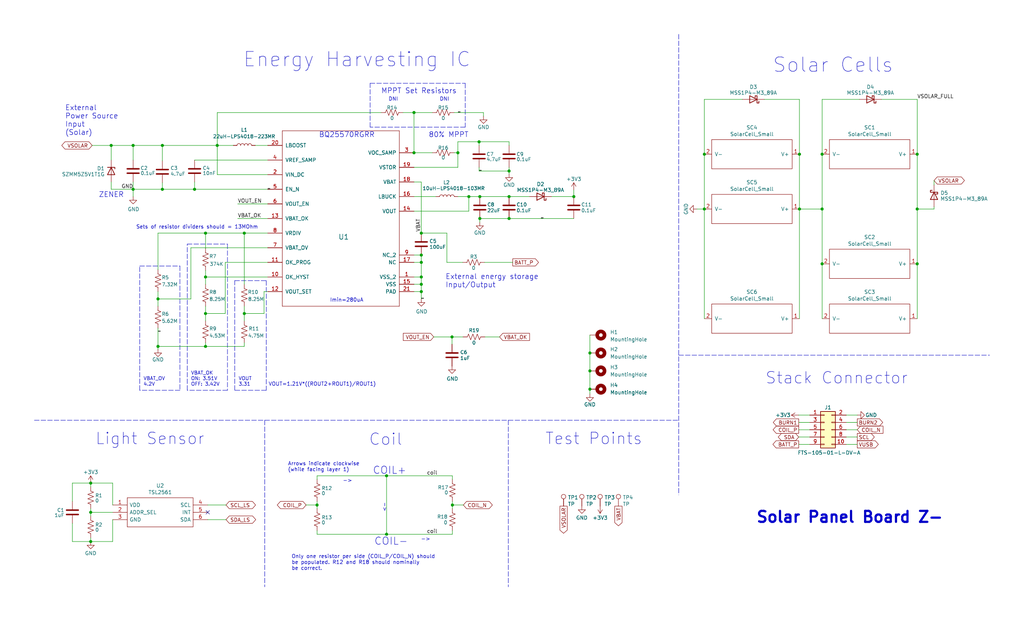
<source format=kicad_sch>
(kicad_sch (version 20211123) (generator eeschema)
  (paper "USLegal")
  (title_block (title "PyCubed Mini") (date "2022-07-27") (rev "02") (company "REx Lab Carnegie Mellon University") (comment 1 "Z.Manchester") (comment 2 "N.Khera") (comment 3 "M.Holliday"))
  (lib_symbols
    (symbol "Connector:TestPoint" (pin_numbers hide) (pin_names (offset 0.762) hide)
      (property "Reference" "TP" (at 0 6.858 0))
      (property "Value" "TestPoint" (at 0 5.08 0))
      (symbol "TestPoint_1_1"
        (pin passive line (at 0 0 90) (length 2.54) (name "1") (number "1"))
      )
    )
    (symbol "Connector_Generic:Conn_02x05_Odd_Even" (pin_names (offset 1.016) hide)
      (property "Reference" "J" (at 1.27 7.62 0))
      (property "Value" "Conn_02x05_Odd_Even" (at 1.27 -7.62 0))
      (symbol "Conn_02x05_Odd_Even_1_1"
        (pin passive line (at -5.08 5.08 0) (length 3.81) (name "Pin_1") (number "1"))
        (pin passive line (at 7.62 -5.08 180) (length 3.81) (name "Pin_10") (number "10"))
        (pin passive line (at 7.62 5.08 180) (length 3.81) (name "Pin_2") (number "2"))
        (pin passive line (at -5.08 2.54 0) (length 3.81) (name "Pin_3") (number "3"))
        (pin passive line (at 7.62 2.54 180) (length 3.81) (name "Pin_4") (number "4"))
        (pin passive line (at -5.08 0 0) (length 3.81) (name "Pin_5") (number "5"))
        (pin passive line (at 7.62 0 180) (length 3.81) (name "Pin_6") (number "6"))
        (pin passive line (at -5.08 -2.54 0) (length 3.81) (name "Pin_7") (number "7"))
        (pin passive line (at 7.62 -2.54 180) (length 3.81) (name "Pin_8") (number "8"))
        (pin passive line (at -5.08 -5.08 0) (length 3.81) (name "Pin_9") (number "9"))
      )
    )
    (symbol "Device:C" (pin_numbers hide) (pin_names (offset 0.254))
      (property "Reference" "C" (at 0.635 2.54 0))
      (property "Value" "C" (at 0.635 -2.54 0))
      (symbol "C_1_1"
        (pin passive line (at 0 3.81 270) (length 2.794) (name "~") (number "1"))
        (pin passive line (at 0 -3.81 90) (length 2.794) (name "~") (number "2"))
      )
    )
    (symbol "Device:D_Schottky" (pin_numbers hide) (pin_names (offset 1.016) hide)
      (property "Reference" "D" (at 0 2.54 0))
      (property "Value" "D_Schottky" (at 0 -2.54 0))
      (symbol "D_Schottky_1_1"
        (pin passive line (at -3.81 0 0) (length 2.54) (name "K") (number "1"))
        (pin passive line (at 3.81 0 180) (length 2.54) (name "A") (number "2"))
      )
    )
    (symbol "Device:L" (pin_numbers hide) (pin_names (offset 1.016) hide)
      (property "Reference" "L" (at -1.27 0 90))
      (property "Value" "L" (at 1.905 0 90))
      (symbol "L_1_1"
        (pin passive line (at 0 3.81 270) (length 1.27) (name "1") (number "1"))
        (pin passive line (at 0 -3.81 90) (length 1.27) (name "2") (number "2"))
      )
    )
    (symbol "Device:R_US" (pin_numbers hide) (pin_names (offset 0))
      (property "Reference" "R" (at 2.54 0 90))
      (property "Value" "R_US" (at -2.54 0 90))
      (symbol "R_US_1_1"
        (pin passive line (at 0 3.81 270) (length 1.27) (name "~") (number "1"))
        (pin passive line (at 0 -3.81 90) (length 1.27) (name "~") (number "2"))
      )
    )
    (symbol "Diode:Z1SMAxxx" (pin_numbers hide) (pin_names hide)
      (property "Reference" "D" (at 0 2.54 0))
      (property "Value" "Z1SMAxxx" (at 0 -2.54 0))
      (symbol "Z1SMAxxx_1_1"
        (pin passive line (at -3.81 0 0) (length 2.54) (name "K") (number "1"))
        (pin passive line (at 3.81 0 180) (length 2.54) (name "A") (number "2"))
      )
    )
    (symbol "Mechanical:MountingHole_Pad" (pin_numbers hide) (pin_names (offset 1.016) hide)
      (property "Reference" "H" (at 0 6.35 0))
      (property "Value" "MountingHole_Pad" (at 0 4.445 0))
      (symbol "MountingHole_Pad_1_1"
        (pin input line (at 0 -2.54 90) (length 2.54) (name "1") (number "1"))
      )
    )
    (symbol "SolarCell_Small_1" (pin_names (offset 1.016))
      (property "Reference" "SC" (at 0 -1.27 0))
      (property "Value" "SolarCell_Small_1" (at 0 1.27 0))
      (symbol "SolarCell_Small_1_1_1"
        (pin bidirectional line (at -16.51 0 0) (length 2.54) (name "V+") (number "1"))
        (pin bidirectional line (at 16.51 0 180) (length 2.54) (name "V-") (number "2"))
      )
    )
    (symbol "SolarCell_Small_2" (pin_names (offset 1.016))
      (property "Reference" "SC" (at 0 -1.27 0))
      (property "Value" "SolarCell_Small_2" (at 0 1.27 0))
      (symbol "SolarCell_Small_2_1_1"
        (pin bidirectional line (at -16.51 0 0) (length 2.54) (name "V+") (number "1"))
        (pin bidirectional line (at 16.51 0 180) (length 2.54) (name "V-") (number "2"))
      )
    )
    (symbol "SolarCell_Small_4" (pin_names (offset 1.016))
      (property "Reference" "SC" (at 0 -1.27 0))
      (property "Value" "SolarCell_Small_4" (at 0 1.27 0))
      (symbol "SolarCell_Small_4_1_1"
        (pin bidirectional line (at -16.51 0 0) (length 2.54) (name "V+") (number "1"))
        (pin bidirectional line (at 16.51 0 180) (length 2.54) (name "V-") (number "2"))
      )
    )
    (symbol "SolarCell_Small_6" (pin_names (offset 1.016))
      (property "Reference" "SC" (at 0 -1.27 0))
      (property "Value" "SolarCell_Small_6" (at 0 1.27 0))
      (symbol "SolarCell_Small_6_1_1"
        (pin bidirectional line (at -16.51 0 0) (length 2.54) (name "V+") (number "1"))
        (pin bidirectional line (at 16.51 0 180) (length 2.54) (name "V-") (number "2"))
      )
    )
    (symbol "SolarCell_Small_7" (pin_names (offset 1.016))
      (property "Reference" "SC" (at 0 -1.27 0))
      (property "Value" "SolarCell_Small_7" (at 0 1.27 0))
      (symbol "SolarCell_Small_7_1_1"
        (pin bidirectional line (at -16.51 0 0) (length 2.54) (name "V+") (number "1"))
        (pin bidirectional line (at 16.51 0 180) (length 2.54) (name "V-") (number "2"))
      )
    )
    (symbol "Transistor_BJT:MBT2222ADW1T1" (pin_names (offset 0) hide)
      (property "Reference" "Q" (at 5.08 1.27 0))
      (property "Value" "MBT2222ADW1T1" (at 5.08 -1.27 0))
      (symbol "MBT2222ADW1T1_1_1"
        (pin passive line (at 2.54 -5.08 90) (length 2.54) (name "E1") (number "1"))
        (pin input line (at -5.08 0 0) (length 2.54) (name "B1") (number "2"))
        (pin passive line (at 2.54 5.08 270) (length 2.54) (name "C1") (number "6"))
      )
      (symbol "MBT2222ADW1T1_2_1"
        (pin passive line (at 2.54 5.08 270) (length 2.54) (name "C2") (number "3"))
        (pin passive line (at 2.54 -5.08 90) (length 2.54) (name "E2") (number "4"))
        (pin input line (at -5.08 0 0) (length 2.54) (name "B2") (number "5"))
      )
    )
    (symbol "mainboard:BSS138DWQ-7" (pin_names (offset 0.762) hide)
      (property "Reference" "Q" (at -2.54 5.08 0))
      (property "Value" "BSS138DWQ-7" (at 3.81 6.35 0))
      (symbol "BSS138DWQ-7_1_1"
        (pin passive line (at 1.27 -5.08 90) (length 2.54) (name "S2") (number "1"))
        (pin input line (at -6.35 0 0) (length 2.54) (name "G2") (number "2"))
        (pin passive line (at 1.27 5.08 270) (length 2.54) (name "D1") (number "6"))
      )
      (symbol "BSS138DWQ-7_2_1"
        (pin passive line (at 1.27 5.08 270) (length 2.54) (name "D2") (number "3"))
        (pin passive line (at 1.27 -5.08 90) (length 2.54) (name "S1") (number "4"))
        (pin input line (at -6.35 0 0) (length 2.54) (name "G1") (number "5"))
      )
    )
    (symbol "power:+3V3" (power) (pin_names (offset 0))
      (property "Value" "+3V3" (at 0 3.556 0))
      (symbol "+3V3_1_1"
        (pin power_in line (at 0 0 90) (length 0) hide (name "+3V3") (number "1"))
      )
    )
    (symbol "power:GND" (power) (pin_names (offset 0))
      (property "Value" "GND" (at 0 -3.81 0))
      (symbol "GND_1_1"
        (pin power_in line (at 0 0 270) (length 0) hide (name "GND") (number "1"))
      )
    )
    (symbol "solarpanels:ATB2012"
      (property "Reference" "U4" (at 0 10.795 0))
      (property "Value" "ATB2012" (at 0 8.4836 0))
      (symbol "ATB2012_1_1"
        (pin passive line (at -5.08 5.08 0) (length 2.54) (name "~") (number "1"))
        (pin power_in line (at -2.54 -7.62 90) (length 2.54) (name "GND") (number "2"))
        (pin passive line (at 5.08 5.08 180) (length 2.54) (name "~") (number "3"))
        (pin passive line (at 5.08 -5.08 180) (length 2.54) (name "~") (number "4"))
      )
    )
    (symbol "solarpanels:BQ25570RGRR" (pin_names (offset 1.016))
      (property "Reference" "U" (at -4.7244 1.4986 0))
      (property "Value" "BQ25570RGRR" (at -5.3594 -1.0414 0))
      (symbol "BQ25570RGRR_1_0"
        (pin power_in line (at 25.4 -20.32 180) (length 5.08) (name "VSS_2") (number "1"))
        (pin input line (at -25.4 -20.32 0) (length 5.08) (name "OK_HYST") (number "10"))
        (pin input line (at -25.4 -15.24 0) (length 5.08) (name "OK_PROG") (number "11"))
        (pin input line (at -25.4 -25.4 0) (length 5.08) (name "VOUT_SET") (number "12"))
        (pin output line (at -25.4 0 0) (length 5.08) (name "VBAT_OK") (number "13"))
        (pin power_in line (at 25.4 2.54 180) (length 5.08) (name "VOUT") (number "14"))
        (pin power_in line (at 25.4 -22.86 180) (length 5.08) (name "VSS") (number "15"))
        (pin passive line (at 25.4 7.62 180) (length 5.08) (name "LBUCK") (number "16"))
        (pin passive line (at 25.4 -15.24 180) (length 5.08) (name "NC") (number "17"))
        (pin bidirectional line (at 25.4 12.7 180) (length 5.08) (name "VBAT") (number "18"))
        (pin power_in line (at 25.4 17.78 180) (length 5.08) (name "VSTOR") (number "19"))
        (pin power_in line (at -25.4 15.24 0) (length 5.08) (name "VIN_DC") (number "2"))
        (pin input line (at -25.4 25.4 0) (length 5.08) (name "LBOOST") (number "20"))
        (pin power_in line (at 25.4 -25.4 180) (length 5.08) (name "PAD") (number "21"))
        (pin input line (at 25.4 22.86 180) (length 5.08) (name "VOC_SAMP") (number "3"))
        (pin input line (at -25.4 20.32 0) (length 5.08) (name "VREF_SAMP") (number "4"))
        (pin input line (at -25.4 10.16 0) (length 5.08) (name "EN_N") (number "5"))
        (pin input line (at -25.4 5.08 0) (length 5.08) (name "VOUT_EN") (number "6"))
        (pin input line (at -25.4 -10.16 0) (length 5.08) (name "VBAT_OV") (number "7"))
        (pin output line (at -25.4 -5.08 0) (length 5.08) (name "VRDIV") (number "8"))
        (pin power_in line (at 25.4 -12.7 180) (length 5.08) (name "NC_2") (number "9"))
      )
    )
    (symbol "solarpanels:Device_Jumper" (pin_names (offset 0.762) hide)
      (property "Reference" "JP" (at 0 3.81 0))
      (property "Value" "Device_Jumper" (at 0 -2.032 0))
      (symbol "Device_Jumper_0_1"
        (pin passive line (at -7.62 0 0) (length 4.191) (name "1") (number "1"))
        (pin passive line (at 7.62 0 180) (length 4.191) (name "2") (number "2"))
      )
    )
    (symbol "solarpanels:IRLML2803TRPBF" (pin_names (offset 1.016))
      (property "Reference" "Q" (at -11.43 1.27 0))
      (property "Value" "IRLML2803TRPBF" (at -11.43 3.81 0))
      (symbol "IRLML2803TRPBF_1_0"
        (pin passive line (at -2.54 -2.54 0) (length 2.54) (name "G") (number "1"))
        (pin passive line (at 2.54 -5.08 90) (length 2.54) (name "S") (number "2"))
        (pin passive line (at 2.54 5.08 270) (length 2.54) (name "D") (number "3"))
      )
    )
    (symbol "solarpanels:SolarCell_Small" (pin_names (offset 1.016))
      (property "Reference" "SC" (at 0 -1.27 0))
      (property "Value" "SolarCell_Small" (at 0 1.27 0))
      (symbol "SolarCell_Small_1_1"
        (pin bidirectional line (at -16.51 0 0) (length 2.54) (name "V+") (number "1"))
        (pin bidirectional line (at 16.51 0 180) (length 2.54) (name "V-") (number "2"))
      )
    )
    (symbol "solarpanels:U.FL-R-SMT-1" (pin_names (offset 0.762))
      (property "Reference" "J2" (at 0 6.35 0))
      (property "Value" "U.FL-R-SMT-1" (at 0 4.0386 0))
      (symbol "U.FL-R-SMT-1_0_0"
        (pin unspecified line (at 2.54 -7.62 90) (length 5.08) (name "GND") (number "1"))
        (pin unspecified line (at 2.54 -7.62 90) (length 5.08) hide (name "2") (number "2"))
        (pin unspecified line (at -10.16 0 0) (length 5.08) (name "ANT") (number "3"))
      )
    )
    (symbol "solarpanels:symbols_NDS8434" (pin_names (offset 1.016))
      (symbol "symbols_NDS8434_0_0"
        (pin bidirectional line (at -12.7 7.62 0) (length 5.08) (name "Source") (number "1"))
        (pin bidirectional line (at -12.7 2.54 0) (length 5.08) (name "Source") (number "2"))
        (pin bidirectional line (at -12.7 -2.54 0) (length 5.08) (name "Source") (number "3"))
        (pin bidirectional line (at -12.7 -7.62 0) (length 5.08) (name "Gate") (number "4"))
        (pin bidirectional line (at 12.7 7.62 180) (length 5.08) (name "Drain") (number "5"))
        (pin bidirectional line (at 12.7 2.54 180) (length 5.08) (name "Drain") (number "6"))
        (pin bidirectional line (at 12.7 -7.62 180) (length 5.08) (name "Drain") (number "7"))
        (pin bidirectional line (at 12.7 -2.54 180) (length 5.08) (name "Drain") (number "8"))
      )
    )
    (symbol "solarpanels:symbols_TSL2561" (pin_names (offset 0.762))
      (property "Reference" "IC" (at 29.21 7.62 0))
      (property "Value" "symbols_TSL2561" (at 29.21 5.08 0))
      (symbol "symbols_TSL2561_0_0"
        (pin unspecified line (at 0 0 0) (length 5.08) (name "VDD") (number "1"))
        (pin unspecified line (at 0 -2.54 0) (length 5.08) (name "ADDR_SEL") (number "2"))
        (pin unspecified line (at 0 -5.08 0) (length 5.08) (name "GND") (number "3"))
        (pin unspecified line (at 33.02 0 180) (length 5.08) (name "SCL") (number "4"))
        (pin unspecified line (at 33.02 -2.54 180) (length 5.08) (name "INT") (number "5"))
        (pin unspecified line (at 33.02 -5.08 180) (length 5.08) (name "SDA") (number "6"))
      )
    )
  )
  (junction (at 38.608 50.546))
  (junction (at 437.769 81.407))
  (junction (at 166.37 49.276))
  (junction (at 437.769 50.927))
  (junction (at 31.496 188.214))
  (junction (at 54.864 103.886))
  (junction (at 390.779 43.307))
  (junction (at 143.764 53.086))
  (junction (at 427.609 50.927))
  (junction (at 46.228 65.786))
  (junction (at 398.399 180.975))
  (junction (at 422.529 76.327))
  (junction (at 176.784 75.946))
  (junction (at 393.446 139.954))
  (junction (at 395.859 68.707))
  (junction (at 146.304 88.646))
  (junction (at 427.736 137.414))
  (junction (at 110.109 175.514))
  (junction (at 204.851 122.682))
  (junction (at 432.689 43.307))
  (junction (at 31.496 167.894))
  (junction (at 71.374 108.966))
  (junction (at 157.099 175.514))
  (junction (at 427.736 132.334))
  (junction (at 75.438 50.546))
  (junction (at 390.779 35.687))
  (junction (at 285.496 72.644))
  (junction (at 437.769 68.707))
  (junction (at 395.859 89.027))
  (junction (at 84.836 81.026))
  (junction (at 318.516 91.694))
  (junction (at 432.689 35.687))
  (junction (at 402.336 132.334))
  (junction (at 54.864 120.396))
  (junction (at 84.836 108.966))
  (junction (at 162.814 68.326))
  (junction (at 380.619 76.327))
  (junction (at 71.374 96.266))
  (junction (at 176.784 59.436))
  (junction (at 437.769 59.817))
  (junction (at 414.909 61.087))
  (junction (at 402.336 127.254))
  (junction (at 395.859 50.927))
  (junction (at 56.388 50.546))
  (junction (at 244.602 53.594))
  (junction (at 285.496 53.594))
  (junction (at 146.304 81.026))
  (junction (at 146.304 96.266))
  (junction (at 146.304 101.346))
  (junction (at 71.374 120.396))
  (junction (at 143.764 39.116))
  (junction (at 244.602 72.644))
  (junction (at 277.622 72.644))
  (junction (at 285.496 91.694))
  (junction (at 199.263 68.326))
  (junction (at 156.972 117.094))
  (junction (at 134.239 165.354))
  (junction (at 388.239 89.027))
  (junction (at 430.149 89.027))
  (junction (at 318.516 72.644))
  (junction (at 159.004 53.086))
  (junction (at 31.496 178.054))
  (junction (at 375.666 129.794))
  (junction (at 146.304 98.806))
  (junction (at 395.859 81.407))
  (junction (at 166.624 75.946))
  (junction (at 67.564 65.786))
  (junction (at 56.388 65.786))
  (junction (at 393.446 127.254))
  (junction (at 372.999 61.087))
  (junction (at 375.666 139.954))
  (junction (at 318.516 53.594))
  (junction (at 277.622 53.594))
  (junction (at 395.859 59.817))
  (junction (at 134.239 185.674))
  (junction (at 204.851 128.905))
  (junction (at 436.626 132.334))
  (junction (at 204.851 135.255))
  (junction (at 176.784 68.326))
  (junction (at 437.769 89.027))
  (junction (at 71.374 81.026))
  (junction (at 46.228 50.546))
  (junction (at 146.304 91.186))
  (junction (at 166.624 68.326))
  (junction (at 385.699 50.927))
  (no_connect (at 72.136 178.054))
  (wire (pts (xy 143.764 101.346) (xy 146.304 101.346)))
  (wire (pts (xy 402.336 142.494) (xy 393.446 142.494)))
  (wire (pts (xy 318.516 72.644) (xy 324.358 72.644)))
  (wire (pts (xy 38.608 63.246) (xy 38.608 65.786)))
  (wire (pts (xy 244.602 72.644) (xy 244.602 110.744)))
  (wire (pts (xy 146.304 91.186) (xy 146.304 88.646)))
  (polyline (pts (xy 78.994 84.836) (xy 78.994 135.636)))
  (wire (pts (xy 393.446 136.144) (xy 393.446 139.954)))
  (wire (pts (xy 71.374 106.426) (xy 71.374 108.966)))
  (wire (pts (xy 372.999 61.087) (xy 372.999 43.307)))
  (wire (pts (xy 277.622 34.544) (xy 265.43 34.544)))
  (wire (pts (xy 110.109 174.244) (xy 110.109 175.514)))
  (polyline (pts (xy 81.534 97.536) (xy 92.456 97.536)))
  (wire (pts (xy 204.851 122.682) (xy 204.851 128.905)))
  (wire (pts (xy 393.446 127.254) (xy 402.336 127.254)))
  (wire (pts (xy 84.836 119.126) (xy 84.836 120.396)))
  (wire (pts (xy 146.304 81.026) (xy 146.304 63.246)))
  (polyline (pts (xy 92.456 97.536) (xy 92.456 135.636)))
  (wire (pts (xy 204.851 136.906) (xy 204.851 135.255)))
  (wire (pts (xy 427.609 50.927) (xy 427.609 68.707)))
  (wire (pts (xy 78.232 91.186) (xy 92.964 91.186)))
  (wire (pts (xy 54.864 120.396) (xy 71.374 120.396)))
  (wire (pts (xy 285.496 91.694) (xy 285.496 110.744)))
  (wire (pts (xy 393.446 142.494) (xy 393.446 139.954)))
  (wire (pts (xy 159.004 53.086) (xy 159.004 58.166)))
  (wire (pts (xy 157.734 39.116) (xy 167.894 39.116)))
  (wire (pts (xy 82.55 75.946) (xy 92.964 75.946)))
  (wire (pts (xy 437.769 35.687) (xy 432.689 35.687)))
  (wire (pts (xy 139.954 39.116) (xy 143.764 39.116)))
  (wire (pts (xy 176.784 60.452) (xy 176.784 59.436)))
  (wire (pts (xy 372.999 81.407) (xy 372.999 89.027)))
  (wire (pts (xy 143.764 98.806) (xy 146.304 98.806)))
  (wire (pts (xy 244.602 34.544) (xy 244.602 53.594)))
  (wire (pts (xy 176.784 58.166) (xy 176.784 59.436)))
  (wire (pts (xy 395.859 59.817) (xy 395.859 50.927)))
  (wire (pts (xy 398.399 59.817) (xy 395.859 59.817)))
  (wire (pts (xy 110.109 184.404) (xy 110.109 185.674)))
  (wire (pts (xy 46.228 50.546) (xy 56.388 50.546)))
  (wire (pts (xy 39.116 188.214) (xy 39.116 180.594)))
  (wire (pts (xy 318.516 34.544) (xy 318.516 53.594)))
  (polyline (pts (xy 92.456 135.636) (xy 81.534 135.636)))
  (wire (pts (xy 146.304 103.886) (xy 146.304 101.346)))
  (wire (pts (xy 414.909 81.407) (xy 414.909 89.027)))
  (wire (pts (xy 84.836 81.026) (xy 84.836 98.806)))
  (wire (pts (xy 150.622 117.094) (xy 156.972 117.094)))
  (wire (pts (xy 134.239 165.354) (xy 157.099 165.354)))
  (wire (pts (xy 166.624 75.946) (xy 176.784 75.946)))
  (wire (pts (xy 402.336 132.334) (xy 402.336 127.254)))
  (wire (pts (xy 25.146 174.244) (xy 25.146 167.894)))
  (wire (pts (xy 423.799 50.927) (xy 427.609 50.927)))
  (polyline (pts (xy 176.53 146.05) (xy 176.53 203.962)))
  (wire (pts (xy 390.779 61.087) (xy 383.413 61.087)))
  (wire (pts (xy 31.496 176.784) (xy 31.496 178.054)))
  (polyline (pts (xy 65.024 135.636) (xy 65.024 84.836)))
  (polyline (pts (xy 235.712 11.938) (xy 235.712 171.958)))
  (wire (pts (xy 75.438 50.546) (xy 75.438 60.706)))
  (wire (pts (xy 134.239 185.674) (xy 157.099 185.674)))
  (wire (pts (xy 31.496 188.214) (xy 39.116 188.214)))
  (wire (pts (xy 375.666 139.954) (xy 383.286 139.954)))
  (wire (pts (xy 75.438 39.116) (xy 75.438 50.546)))
  (wire (pts (xy 285.496 72.644) (xy 277.622 72.644)))
  (polyline (pts (xy 161.544 44.196) (xy 128.524 44.196)))
  (wire (pts (xy 166.37 58.166) (xy 166.37 59.436)))
  (wire (pts (xy 427.736 127.254) (xy 427.736 132.334)))
  (polyline (pts (xy 91.948 146.05) (xy 91.948 203.962)))
  (wire (pts (xy 25.146 167.894) (xy 31.496 167.894)))
  (wire (pts (xy 432.689 61.087) (xy 425.704 61.087)))
  (wire (pts (xy 67.564 65.786) (xy 67.564 63.246)))
  (polyline (pts (xy 161.544 28.956) (xy 161.544 44.196)))
  (wire (pts (xy 277.368 154.432) (xy 281.178 154.432)))
  (wire (pts (xy 373.126 129.794) (xy 375.666 129.794)))
  (wire (pts (xy 54.864 114.046) (xy 54.864 120.396)))
  (wire (pts (xy 204.851 116.459) (xy 204.851 122.682)))
  (wire (pts (xy 257.81 34.544) (xy 244.602 34.544)))
  (wire (pts (xy 191.516 68.326) (xy 199.263 68.326)))
  (wire (pts (xy 436.626 132.334) (xy 448.056 132.334)))
  (wire (pts (xy 56.388 65.786) (xy 67.564 65.786)))
  (wire (pts (xy 159.004 68.326) (xy 162.814 68.326)))
  (wire (pts (xy 395.859 68.707) (xy 395.859 59.817)))
  (wire (pts (xy 146.304 88.646) (xy 143.764 88.646)))
  (wire (pts (xy 297.688 146.812) (xy 293.878 146.812)))
  (wire (pts (xy 277.368 146.812) (xy 281.178 146.812)))
  (wire (pts (xy 71.374 119.126) (xy 71.374 120.396)))
  (wire (pts (xy 92.964 55.626) (xy 67.564 55.626)))
  (wire (pts (xy 277.622 72.644) (xy 277.622 110.744)))
  (wire (pts (xy 389.509 168.275) (xy 395.859 168.275)))
  (wire (pts (xy 285.496 53.594) (xy 285.496 72.644)))
  (wire (pts (xy 395.859 35.687) (xy 390.779 35.687)))
  (wire (pts (xy 146.304 98.806) (xy 146.304 96.266)))
  (wire (pts (xy 380.619 76.327) (xy 388.239 76.327)))
  (wire (pts (xy 277.368 151.892) (xy 281.178 151.892)))
  (wire (pts (xy 168.402 117.094) (xy 173.482 117.094)))
  (wire (pts (xy 56.388 50.546) (xy 56.388 55.88)))
  (wire (pts (xy 71.374 93.98) (xy 71.374 96.266)))
  (wire (pts (xy 285.496 34.544) (xy 285.496 53.594)))
  (wire (pts (xy 56.388 50.546) (xy 75.438 50.546)))
  (wire (pts (xy 71.374 81.026) (xy 54.864 81.026)))
  (wire (pts (xy 31.496 186.944) (xy 31.496 188.214)))
  (wire (pts (xy 160.909 175.514) (xy 157.099 175.514)))
  (wire (pts (xy 46.228 55.626) (xy 46.228 50.546)))
  (wire (pts (xy 157.099 184.404) (xy 157.099 185.674)))
  (wire (pts (xy 293.878 151.892) (xy 297.688 151.892)))
  (wire (pts (xy 411.099 168.275) (xy 406.019 168.275)))
  (wire (pts (xy 395.859 49.657) (xy 395.859 50.927)))
  (wire (pts (xy 375.666 129.794) (xy 376.936 129.794)))
  (wire (pts (xy 143.764 53.086) (xy 143.764 39.116)))
  (wire (pts (xy 318.516 72.644) (xy 318.516 91.694)))
  (polyline (pts (xy 62.484 135.636) (xy 48.514 135.636)))
  (polyline (pts (xy 128.524 28.956) (xy 161.544 28.956)))
  (wire (pts (xy 91.694 108.966) (xy 91.694 101.346)))
  (wire (pts (xy 75.438 50.546) (xy 81.026 50.546)))
  (wire (pts (xy 75.438 60.706) (xy 92.964 60.706)))
  (polyline (pts (xy 62.484 92.456) (xy 62.484 135.636)))
  (wire (pts (xy 375.666 129.794) (xy 375.666 131.064)))
  (wire (pts (xy 54.864 121.412) (xy 54.864 120.396)))
  (wire (pts (xy 84.836 81.026) (xy 92.964 81.026)))
  (wire (pts (xy 38.608 55.626) (xy 38.608 50.546)))
  (wire (pts (xy 414.909 71.247) (xy 414.909 61.087)))
  (wire (pts (xy 166.37 50.546) (xy 166.37 49.276)))
  (wire (pts (xy 166.37 59.436) (xy 176.784 59.436)))
  (wire (pts (xy 78.486 180.594) (xy 72.136 180.594)))
  (wire (pts (xy 39.116 167.894) (xy 31.496 167.894)))
  (wire (pts (xy 66.294 103.886) (xy 66.294 86.106)))
  (wire (pts (xy 110.109 165.354) (xy 134.239 165.354)))
  (wire (pts (xy 159.004 49.276) (xy 166.37 49.276)))
  (wire (pts (xy 293.878 149.352) (xy 297.688 149.352)))
  (wire (pts (xy 277.622 53.594) (xy 277.622 72.644)))
  (wire (pts (xy 146.304 101.346) (xy 146.304 98.806)))
  (wire (pts (xy 167.894 39.116) (xy 167.894 40.386)))
  (wire (pts (xy 56.388 63.5) (xy 56.388 65.786)))
  (wire (pts (xy 146.304 96.266) (xy 146.304 91.186)))
  (wire (pts (xy 437.769 49.657) (xy 437.769 50.927)))
  (wire (pts (xy 385.826 134.874) (xy 385.826 129.794)))
  (wire (pts (xy 388.239 89.027) (xy 395.859 89.027)))
  (wire (pts (xy 324.358 72.644) (xy 324.358 71.882)))
  (wire (pts (xy 393.446 127.254) (xy 393.446 128.524)))
  (wire (pts (xy 155.194 91.186) (xy 155.194 81.026)))
  (wire (pts (xy 402.336 137.414) (xy 402.336 132.334)))
  (polyline (pts (xy 81.534 135.636) (xy 81.534 97.536)))
  (wire (pts (xy 393.446 123.952) (xy 393.446 127.254)))
  (wire (pts (xy 82.55 70.866) (xy 92.964 70.866)))
  (polyline (pts (xy 78.994 135.636) (xy 65.024 135.636)))
  (wire (pts (xy 110.109 165.354) (xy 110.109 166.624)))
  (wire (pts (xy 156.972 119.634) (xy 156.972 117.094)))
  (wire (pts (xy 54.864 103.886) (xy 66.294 103.886)))
  (wire (pts (xy 414.909 61.087) (xy 418.084 61.087)))
  (wire (pts (xy 155.194 91.186) (xy 160.655 91.186)))
  (wire (pts (xy 162.814 73.406) (xy 162.814 68.326)))
  (wire (pts (xy 298.45 34.544) (xy 285.496 34.544)))
  (wire (pts (xy 166.624 75.946) (xy 166.624 77.216)))
  (wire (pts (xy 92.964 65.786) (xy 67.564 65.786)))
  (wire (pts (xy 381.889 50.927) (xy 385.699 50.927)))
  (wire (pts (xy 157.734 53.086) (xy 159.004 53.086)))
  (wire (pts (xy 71.374 120.396) (xy 84.836 120.396)))
  (wire (pts (xy 376.809 175.895) (xy 376.809 180.975)))
  (wire (pts (xy 199.263 66.04) (xy 199.263 68.326)))
  (wire (pts (xy 84.836 106.426) (xy 84.836 108.966)))
  (wire (pts (xy 106.299 175.514) (xy 110.109 175.514)))
  (wire (pts (xy 157.099 165.354) (xy 157.099 166.624)))
  (polyline (pts (xy 48.514 92.456) (xy 62.484 92.456)))
  (wire (pts (xy 372.999 89.027) (xy 388.239 89.027)))
  (wire (pts (xy 32.004 50.546) (xy 38.608 50.546)))
  (wire (pts (xy 204.851 128.905) (xy 204.851 135.255)))
  (wire (pts (xy 285.496 72.644) (xy 285.496 91.694)))
  (wire (pts (xy 318.516 53.594) (xy 318.516 72.644)))
  (wire (pts (xy 166.37 49.276) (xy 176.784 49.276)))
  (wire (pts (xy 427.736 132.334) (xy 427.736 137.414)))
  (polyline (pts (xy 65.024 84.836) (xy 78.994 84.836)))
  (wire (pts (xy 162.814 68.326) (xy 166.624 68.326)))
  (wire (pts (xy 71.374 108.966) (xy 78.232 108.966)))
  (wire (pts (xy 375.666 138.684) (xy 375.666 139.954)))
  (wire (pts (xy 143.764 68.326) (xy 151.384 68.326)))
  (wire (pts (xy 176.784 68.326) (xy 183.896 68.326)))
  (wire (pts (xy 437.769 59.817) (xy 437.769 50.927)))
  (wire (pts (xy 71.374 96.266) (xy 71.374 98.806)))
  (wire (pts (xy 395.859 71.247) (xy 395.859 68.707)))
  (wire (pts (xy 66.294 86.106) (xy 92.964 86.106)))
  (wire (pts (xy 411.099 178.435) (xy 406.019 178.435)))
  (wire (pts (xy 38.608 65.786) (xy 46.228 65.786)))
  (wire (pts (xy 84.836 81.026) (xy 71.374 81.026)))
  (wire (pts (xy 372.999 61.087) (xy 375.793 61.087)))
  (wire (pts (xy 84.836 108.966) (xy 84.836 111.506)))
  (wire (pts (xy 31.496 178.054) (xy 31.496 179.324)))
  (wire (pts (xy 38.608 50.546) (xy 46.228 50.546)))
  (wire (pts (xy 318.516 91.694) (xy 318.516 110.744)))
  (wire (pts (xy 91.694 101.346) (xy 92.964 101.346)))
  (wire (pts (xy 414.909 61.087) (xy 414.909 43.307)))
  (wire (pts (xy 244.602 72.644) (xy 242.062 72.644)))
  (wire (pts (xy 384.556 129.794) (xy 385.826 129.794)))
  (wire (pts (xy 372.999 71.247) (xy 372.999 61.087)))
  (wire (pts (xy 437.769 68.707) (xy 437.769 59.817)))
  (wire (pts (xy 159.004 58.166) (xy 143.764 58.166)))
  (wire (pts (xy 88.646 50.546) (xy 92.964 50.546)))
  (wire (pts (xy 379.476 105.156) (xy 380.746 105.156)))
  (wire (pts (xy 46.228 65.786) (xy 56.388 65.786)))
  (wire (pts (xy 281.178 144.272) (xy 277.368 144.272)))
  (wire (pts (xy 54.864 103.886) (xy 54.864 106.426)))
  (wire (pts (xy 31.496 167.894) (xy 31.496 169.164)))
  (wire (pts (xy 277.368 149.352) (xy 281.178 149.352)))
  (wire (pts (xy 376.809 180.975) (xy 398.399 180.975)))
  (wire (pts (xy 54.864 81.026) (xy 54.864 93.726)))
  (wire (pts (xy 168.275 91.186) (xy 178.054 91.186)))
  (wire (pts (xy 297.688 154.432) (xy 293.878 154.432)))
  (wire (pts (xy 430.149 89.027) (xy 437.769 89.027)))
  (wire (pts (xy 71.374 81.026) (xy 71.374 86.36)))
  (wire (pts (xy 134.239 165.354) (xy 134.239 185.674)))
  (polyline (pts (xy 235.712 123.444) (xy 343.662 123.444)))
  (wire (pts (xy 157.099 175.514) (xy 157.099 176.784)))
  (wire (pts (xy 110.109 175.514) (xy 110.109 176.784)))
  (wire (pts (xy 372.999 43.307) (xy 390.779 43.307)))
  (wire (pts (xy 277.622 53.594) (xy 277.622 34.544)))
  (wire (pts (xy 143.764 39.116) (xy 150.114 39.116)))
  (wire (pts (xy 414.909 89.027) (xy 430.149 89.027)))
  (wire (pts (xy 75.438 39.116) (xy 132.334 39.116)))
  (wire (pts (xy 143.764 73.406) (xy 162.814 73.406)))
  (polyline (pts (xy 48.514 135.636) (xy 48.514 92.456)))
  (wire (pts (xy 54.864 101.346) (xy 54.864 103.886)))
  (wire (pts (xy 25.146 188.214) (xy 31.496 188.214)))
  (wire (pts (xy 143.764 91.186) (xy 146.304 91.186)))
  (wire (pts (xy 395.859 42.037) (xy 395.859 35.687)))
  (wire (pts (xy 389.636 105.156) (xy 388.366 105.156)))
  (wire (pts (xy 71.374 108.966) (xy 71.374 111.506)))
  (wire (pts (xy 437.769 42.037) (xy 437.769 35.687)))
  (wire (pts (xy 437.769 71.247) (xy 437.769 68.707)))
  (wire (pts (xy 176.784 50.546) (xy 176.784 49.276)))
  (wire (pts (xy 176.784 75.946) (xy 199.263 75.946)))
  (wire (pts (xy 156.972 117.094) (xy 160.782 117.094)))
  (wire (pts (xy 385.699 50.927) (xy 385.699 68.707)))
  (wire (pts (xy 244.602 72.644) (xy 244.602 53.594)))
  (wire (pts (xy 157.099 174.244) (xy 157.099 175.514)))
  (polyline (pts (xy 11.938 146.05) (xy 235.712 146.05)))
  (wire (pts (xy 414.909 43.307) (xy 432.689 43.307)))
  (wire (pts (xy 324.358 62.738) (xy 324.358 64.262)))
  (wire (pts (xy 306.07 34.544) (xy 318.516 34.544)))
  (wire (pts (xy 159.004 49.276) (xy 159.004 53.086)))
  (wire (pts (xy 155.194 81.026) (xy 146.304 81.026)))
  (wire (pts (xy 46.228 63.246) (xy 46.228 65.786)))
  (wire (pts (xy 297.688 144.272) (xy 293.878 144.272)))
  (wire (pts (xy 395.859 78.867) (xy 395.859 81.407)))
  (wire (pts (xy 440.309 59.817) (xy 437.769 59.817)))
  (wire (pts (xy 71.374 96.266) (xy 92.964 96.266)))
  (wire (pts (xy 39.116 178.054) (xy 31.496 178.054)))
  (wire (pts (xy 437.769 78.867) (xy 437.769 81.407)))
  (wire (pts (xy 110.109 185.674) (xy 134.239 185.674)))
  (wire (pts (xy 46.228 65.786) (xy 46.228 68.326)))
  (wire (pts (xy 25.146 181.864) (xy 25.146 188.214)))
  (wire (pts (xy 39.116 175.514) (xy 39.116 167.894)))
  (wire (pts (xy 143.764 53.086) (xy 150.114 53.086)))
  (wire (pts (xy 427.736 137.414) (xy 427.736 142.494)))
  (wire (pts (xy 78.486 175.514) (xy 72.136 175.514)))
  (wire (pts (xy 78.232 108.966) (xy 78.232 91.186)))
  (wire (pts (xy 143.764 96.266) (xy 146.304 96.266)))
  (wire (pts (xy 84.836 108.966) (xy 91.694 108.966)))
  (wire (pts (xy 389.636 108.966) (xy 388.366 108.966)))
  (wire (pts (xy 430.149 86.487) (xy 430.149 89.027)))
  (polyline (pts (xy 128.524 44.196) (xy 128.524 28.956)))
  (wire (pts (xy 379.476 108.966) (xy 380.746 108.966)))
  (wire (pts (xy 422.529 76.327) (xy 430.149 76.327)))
  (wire (pts (xy 388.239 86.487) (xy 388.239 89.027)))
  (wire (pts (xy 427.736 132.334) (xy 436.626 132.334)))
  (wire (pts (xy 166.624 68.326) (xy 176.784 68.326)))
  (wire (pts (xy 146.304 63.246) (xy 143.764 63.246)))
  (text "80% MPPT " (at 148.844 48.006 0) (effects (font (size 1.778 1.778)) (justify left bottom)))
  (text "DNI" (at 152.654 35.306 0) (effects (font (size 1.27 1.27)) (justify left bottom)))
  (text "Solar Cells\n" (at 268.224 25.654 0) (effects (font (size 5 5)) (justify left bottom)))
  (text "External\nPower Source\nInput\n(Solar)" (at 22.606 47.244 0) (effects (font (size 1.778 1.778)) (justify left bottom)))
  (text "Only one resistor per side (COIL_P/COIL_N) should \nbe populated. R12 and R18 should nominally \nbe correct." (at 101.219 198.374 0) (effects (font (size 1.27 1.27)) (justify left bottom)))
  (text "Stack Connector\n" (at 265.684 133.858 0) (effects (font (size 4 4)) (justify left bottom)))
  (text "VOUT\n3.31" (at 82.804 134.366 0) (effects (font (size 1.2 1.2)) (justify left bottom)))
  (text "->" (at 149.479 188.214 180) (effects (font (size 1.27 1.27)) (justify right bottom)))
  (text "Energy Harvesting IC" (at 84.328 23.749 0) (effects (font (size 5 5)) (justify left bottom)))
  (text "MPPT Set Resistors " (at 132.334 32.766 0) (effects (font (size 1.778 1.778)) (justify left bottom)))
  (text "Arrows indicate clockwise\n(while facing layer 1)" (at 99.949 164.084 0) (effects (font (size 1.27 1.27)) (justify left bottom)))
  (text "<-" (at 134.239 178.054 90) (effects (font (size 1.27 1.27)) (justify left bottom)))
  (text "Test Points" (at 189.23 154.94 0) (effects (font (size 4 4)) (justify left bottom)))
  (text "External energy storage\nInput/Output" (at 154.686 100.203 0) (effects (font (size 1.778 1.778)) (justify left bottom)))
  (text "I2C Bus Protection - Light Sensor" (at 376.682 27.94 0) (effects (font (size 2.159 2.159)) (justify left bottom)))
  (text "COIL+" (at 129.413 165.1 0) (effects (font (size 2.54 2.54)) (justify left bottom)))
  (text "BQ25570RGRR" (at 110.744 48.006 0) (effects (font (size 1.778 1.778)) (justify left bottom)))
  (text "DNI" (at 134.874 35.306 0) (effects (font (size 1.27 1.27)) (justify left bottom)))
  (text "Light Sensor" (at 33.02 154.94 0) (effects (font (size 4 4)) (justify left bottom)))
  (text "Solar Panel Board Z-" (at 262.382 182.118 0) (effects (font (size 3.81 3.81) (thickness 0.762) bold) (justify left bottom)))
  (text "->" (at 118.999 167.894 0) (effects (font (size 1.27 1.27)) (justify left bottom)))
  (text "VOUT=1.21V*((ROUT2+ROUT1)/ROUT1)" (at 93.218 134.366 0) (effects (font (size 1.27 1.27)) (justify left bottom)))
  (text "VBAT_OV\n4.2V" (at 49.784 134.366 0) (effects (font (size 1.2 1.2)) (justify left bottom)))
  (text "VBAT_OK\nON: 3.51V\nOFF: 3.42V" (at 66.294 134.366 0) (effects (font (size 1.2 1.2)) (justify left bottom)))
  (text "COIL-" (at 129.921 189.738 0) (effects (font (size 2.54 2.54)) (justify left bottom)))
  (text "Sets of resistor dividers should = 13MOhm" (at 47.244 79.756 0) (effects (font (size 1.27 1.27)) (justify left bottom)))
  (text "Imin=280uA" (at 114.554 105.156 0) (effects (font (size 1.27 1.27)) (justify left bottom)))
  (text "ZENER" (at 34.29 68.834 0) (effects (font (size 1.778 1.778)) (justify left bottom)))
  (text "Coil" (at 128.016 155.194 0) (effects (font (size 4 4)) (justify left bottom)))
  (label "GND" (at 159.004 39.116 0) (effects (font (size 0.254 0.254))))
  (label "coil" (at 148.209 185.674 0))
  (label "GND" (at 92.964 65.786 0) (effects (font (size 0.254 0.254))))
  (label "VBAT_OK" (at 82.55 75.946 0))
  (label "coil" (at 148.209 165.354 0))
  (label "VOUT_EN" (at 82.55 70.866 0))
  (label "VBURN" (at 435.356 132.334 180))
  (label "GND" (at 187.833 75.946 0) (effects (font (size 0.254 0.254))))
  (label "VBAT" (at 146.304 75.946 270))
  (label "GND" (at 166.37 59.436 0) (effects (font (size 0.254 0.254))))
  (label "GND" (at 146.304 103.886 0) (effects (font (size 0.254 0.254))))
  (label "GND" (at 42.164 65.786 0))
  (label "GND" (at 54.864 115.316 0) (effects (font (size 0.254 0.254))))
  (label "VSOLAR_FULL" (at 318.516 34.544 0))
  (global_label "SDA_LS" (shape bidirectional) (at 78.486 180.594 0) (property "Intersheet References" "${INTERSHEET_REFS}" (effects hide)))
  (global_label "VBAT_OK" (shape input) (at 173.482 117.094 0) (property "Intersheet References" "${INTERSHEET_REFS}" (effects hide)))
  (global_label "SCL" (shape input) (at 381.889 50.927 180) (property "Intersheet References" "${INTERSHEET_REFS}" (effects hide)))
  (global_label "VSOLAR" (shape bidirectional) (at 32.004 50.546 180) (property "Intersheet References" "${INTERSHEET_REFS}" (effects hide)))
  (global_label "BATT_P" (shape output) (at 178.054 91.186 0) (property "Intersheet References" "${INTERSHEET_REFS}" (effects hide)))
  (global_label "VOUT_EN" (shape input) (at 150.622 117.094 180) (property "Intersheet References" "${INTERSHEET_REFS}" (effects hide)))
  (global_label "SCL" (shape input) (at 379.476 105.156 180) (property "Intersheet References" "${INTERSHEET_REFS}" (effects hide)))
  (global_label "VSOLAR" (shape bidirectional) (at 324.358 62.738 0) (property "Intersheet References" "${INTERSHEET_REFS}" (effects hide)))
  (global_label "BURN1" (shape output) (at 277.368 146.812 180) (property "Intersheet References" "${INTERSHEET_REFS}" (effects hide)))
  (global_label "COIL_N" (shape input) (at 297.688 149.352 0) (property "Intersheet References" "${INTERSHEET_REFS}" (effects hide)))
  (global_label "BURN2" (shape output) (at 297.688 146.812 0) (property "Intersheet References" "${INTERSHEET_REFS}" (effects hide)))
  (global_label "BATT_P" (shape bidirectional) (at 393.446 123.952 180) (property "Intersheet References" "${INTERSHEET_REFS}" (effects hide)))
  (global_label "SDA" (shape bidirectional) (at 379.476 108.966 180) (property "Intersheet References" "${INTERSHEET_REFS}" (effects hide)))
  (global_label "COIL_P" (shape bidirectional) (at 106.299 175.514 180) (property "Intersheet References" "${INTERSHEET_REFS}" (effects hide)))
  (global_label "BURN1" (shape bidirectional) (at 373.126 129.794 180) (property "Intersheet References" "${INTERSHEET_REFS}" (effects hide)))
  (global_label "SCL" (shape output) (at 297.688 151.892 0) (property "Intersheet References" "${INTERSHEET_REFS}" (effects hide)))
  (global_label "COIL_P" (shape output) (at 277.368 149.352 180) (property "Intersheet References" "${INTERSHEET_REFS}" (effects hide)))
  (global_label "BATT_P" (shape output) (at 277.368 154.432 180) (property "Intersheet References" "${INTERSHEET_REFS}" (effects hide)))
  (global_label "SCL_LS" (shape bidirectional) (at 78.486 175.514 0) (property "Intersheet References" "${INTERSHEET_REFS}" (effects hide)))
  (global_label "SDA_LS" (shape bidirectional) (at 389.636 108.966 0) (property "Intersheet References" "${INTERSHEET_REFS}" (effects hide)))
  (global_label "SCL_LS" (shape output) (at 398.399 59.817 0) (property "Intersheet References" "${INTERSHEET_REFS}" (effects hide)))
  (global_label "SCL_LS" (shape output) (at 389.636 105.156 0) (property "Intersheet References" "${INTERSHEET_REFS}" (effects hide)))
  (global_label "SDA_LS" (shape bidirectional) (at 440.309 59.817 0) (property "Intersheet References" "${INTERSHEET_REFS}" (effects hide)))
  (global_label "VUSB" (shape output) (at 297.688 154.432 0) (property "Intersheet References" "${INTERSHEET_REFS}" (effects hide)))
  (global_label "COIL_N" (shape bidirectional) (at 160.909 175.514 0) (property "Intersheet References" "${INTERSHEET_REFS}" (effects hide)))
  (global_label "VBAT" (shape output) (at 214.757 175.895 270) (property "Intersheet References" "${INTERSHEET_REFS}" (effects hide)))
  (global_label "SDA" (shape bidirectional) (at 423.799 50.927 180) (property "Intersheet References" "${INTERSHEET_REFS}" (effects hide)))
  (global_label "VSOLAR" (shape output) (at 195.707 175.895 270) (property "Intersheet References" "${INTERSHEET_REFS}" (effects hide)))
  (global_label "SDA" (shape bidirectional) (at 277.368 151.892 180) (property "Intersheet References" "${INTERSHEET_REFS}" (effects hide)))
  (symbol (lib_id "Device:C") (at 176.784 54.356 0) (unit 1)
    (property "Reference" "C9" (at 179.324 53.594 0) (effects (font (size 1.2 1.2)) (justify left)))
    (property "Value" "0.1uF" (at 179.324 55.372 0) (effects (font (size 1.2 1.2)) (justify left)))
    (property "Footprint" "Capacitor_SMD:C_0402_1005Metric" (effects hide))
  )
  (symbol (lib_id "Device:R_US") (at 84.836 115.316 180) (unit 1)
    (property "Reference" "R11" (at 88.138 113.538 0) (effects (font (size 1.2 1.2)) (justify bottom)))
    (property "Value" "4.75M" (at 88.9 117.348 0) (effects (font (size 1.2 1.2)) (justify top)))
    (property "Footprint" "Resistor_SMD:R_0402_1005Metric" (effects hide))
  )
  (symbol (lib_id "Device:R_US") (at 84.836 102.616 180) (unit 1)
    (property "Reference" "R10" (at 87.884 100.838 0) (effects (font (size 1.2 1.2)) (justify bottom)))
    (property "Value" "8.25M" (at 88.9 104.648 0) (effects (font (size 1.2 1.2)) (justify top)))
    (property "Footprint" "Resistor_SMD:R_0402_1005Metric" (effects hide))
  )
  (symbol (lib_id "Device:C") (at 199.263 72.136 0) (unit 1)
    (property "Reference" "C11" (at 201.803 71.12 0) (effects (font (size 1.2 1.2)) (justify left)))
    (property "Value" "0.1uF" (at 201.803 73.152 0) (effects (font (size 1.2 1.2)) (justify left)))
    (property "Footprint" "Capacitor_SMD:C_0402_1005Metric" (effects hide))
  )
  (symbol (lib_id "Device:R_US") (at 164.465 91.186 270) (unit 1)
    (property "Reference" "R3" (at 164.465 89.916 90) (effects (font (size 1.2 1.2)) (justify bottom)))
    (property "Value" "0" (at 164.465 92.456 90) (effects (font (size 1.2 1.2)) (justify top)))
    (property "Footprint" "Resistor_SMD:R_0402_1005Metric" (effects hide))
  )
  (symbol (lib_id "Device:R_US") (at 54.864 110.236 180) (unit 1)
    (property "Reference" "R6" (at 57.404 108.458 0) (effects (font (size 1.2 1.2)) (justify bottom)))
    (property "Value" "5.62M" (at 58.928 112.268 0) (effects (font (size 1.2 1.2)) (justify top)))
    (property "Footprint" "Resistor_SMD:R_0402_1005Metric" (effects hide))
  )
  (symbol (lib_id "power:GND") (at 146.304 103.886 0) (unit 1)
    (property "Reference" "#PWR08" (effects hide))
    (property "Value" "GND" (at 146.431 108.2802 0))
  )
  (symbol (lib_id "power:GND") (at 54.864 121.412 0) (unit 1)
    (property "Reference" "#PWR04" (effects hide))
    (property "Value" "GND" (at 54.864 124.968 0))
  )
  (symbol (lib_id "power:GND") (at 46.228 68.326 0) (unit 1)
    (property "Reference" "#PWR03" (effects hide))
    (property "Value" "GND" (at 46.355 72.7202 0))
  )
  (symbol (lib_id "power:GND") (at 167.894 40.386 0) (unit 1)
    (property "Reference" "#PWR010" (effects hide))
    (property "Value" "GND" (at 167.894 44.196 0))
  )
  (symbol (lib_id "power:GND") (at 166.624 77.216 0) (unit 1)
    (property "Reference" "#PWR09" (effects hide))
    (property "Value" "GND" (at 166.624 80.899 0))
  )
  (symbol (lib_id "power:GND") (at 176.784 60.452 0) (unit 1)
    (property "Reference" "#PWR011" (effects hide))
    (property "Value" "GND" (at 176.784 64.262 0))
  )
  (symbol (lib_id "solarpanels:symbols_TSL2561") (at 39.116 175.514 0) (unit 1)
    (property "Reference" "U2" (at 55.626 168.783 0))
    (property "Value" "TSL2561" (at 55.626 171.0944 0))
    (property "Footprint" "solarpanels:TSL2561" (effects hide))
    (property "Datasheet" "https://ams.com/documents/20143/36005/TSL2561_DS000110_3-00.pdf/18a41097-2035-4333-c70e-bfa544c0a98b" (effects hide))
    (property "Description" "Light-to-Digital Converter" (effects hide))
    (property "Height" "1.55" (effects hide))
    (property "Manufacturer_Name" "ams" (effects hide))
    (property "Manufacturer_Part_Number" "TSL2561" (effects hide))
    (property "Mouser Part Number" "N/A" (effects hide))
    (property "Mouser Price/Stock" "https://www.mouser.com/Search/Refine.aspx?Keyword=N%2FA" (effects hide))
  )
  (symbol (lib_name "SolarCell_Small_4") (lib_id "solarpanels:SolarCell_Small") (at 302.006 53.594 0) (mirror y) (unit 1)
    (property "Reference" "SC1" (at 302.006 44.323 0))
    (property "Value" "SolarCell_Small" (at 302.006 46.6344 0))
    (property "Footprint" "solarpanels:KXOB25-05X3F" (effects hide))
  )
  (symbol (lib_id "power:GND") (at 31.496 188.214 0) (unit 1)
    (property "Reference" "#PWR07" (effects hide))
    (property "Value" "GND" (at 31.496 192.278 0))
  )
  (symbol (lib_name "SolarCell_Small_2") (lib_id "solarpanels:SolarCell_Small") (at 302.006 91.694 0) (mirror y) (unit 1)
    (property "Reference" "SC2" (at 302.006 82.423 0))
    (property "Value" "SolarCell_Small" (at 302.006 84.7344 0))
    (property "Footprint" "solarpanels:KXOB25-05X3F" (effects hide))
  )
  (symbol (lib_id "Device:R_US") (at 31.496 172.974 180) (unit 1)
    (property "Reference" "R1" (at 33.02 172.212 0) (effects (font (size 1.2 1.2)) (justify right)))
    (property "Value" "0" (at 33.02 173.99 0) (effects (font (size 1.2 1.2)) (justify right)))
    (property "Footprint" "Resistor_SMD:R_0402_1005Metric" (effects hide))
  )
  (symbol (lib_name "SolarCell_Small_7") (lib_id "solarpanels:SolarCell_Small") (at 302.006 110.744 0) (mirror y) (unit 1)
    (property "Reference" "SC3" (at 302.006 101.473 0))
    (property "Value" "SolarCell_Small" (at 302.006 103.7844 0))
    (property "Footprint" "solarpanels:KXOB25-05X3F" (effects hide))
  )
  (symbol (lib_name "SolarCell_Small_1") (lib_id "solarpanels:SolarCell_Small") (at 261.112 53.594 0) (mirror y) (unit 1)
    (property "Reference" "SC4" (at 261.112 44.323 0))
    (property "Value" "SolarCell_Small" (at 261.112 46.6344 0))
    (property "Footprint" "solarpanels:KXOB25-05X3F" (effects hide))
  )
  (symbol (lib_name "SolarCell_Small_6") (lib_id "solarpanels:SolarCell_Small") (at 261.112 72.644 0) (mirror y) (unit 1)
    (property "Reference" "SC5" (at 261.112 63.373 0))
    (property "Value" "SolarCell_Small" (at 261.112 65.6844 0))
    (property "Footprint" "solarpanels:KXOB25-05X3F" (effects hide))
  )
  (symbol (lib_id "solarpanels:SolarCell_Small") (at 261.112 110.744 0) (mirror y) (unit 1)
    (property "Reference" "SC6" (at 261.112 101.473 0))
    (property "Value" "SolarCell_Small" (at 261.112 103.7844 0))
    (property "Footprint" "solarpanels:KXOB25-05X3F" (effects hide))
  )
  (symbol (lib_id "Device:R_US") (at 31.496 183.134 180) (unit 1)
    (property "Reference" "R2" (at 33.02 182.372 0) (effects (font (size 1.2 1.2)) (justify right)))
    (property "Value" "0" (at 33.02 184.15 0) (effects (font (size 1.2 1.2)) (justify right)))
    (property "Footprint" "Resistor_SMD:R_0402_1005Metric" (effects hide))
  )
  (symbol (lib_id "Device:C") (at 156.972 123.444 0) (unit 1)
    (property "Reference" "C6" (at 159.766 122.428 0) (effects (font (size 1.2 1.2)) (justify left)))
    (property "Value" "1uF" (at 159.766 124.46 0) (effects (font (size 1.2 1.2)) (justify left)))
    (property "Footprint" "Capacitor_SMD:C_0402_1005Metric" (effects hide))
  )
  (symbol (lib_id "power:+3V3") (at 31.496 167.894 0) (unit 1)
    (property "Reference" "#PWR06" (effects hide))
    (property "Value" "+3V3" (at 31.496 164.084 0))
  )
  (symbol (lib_id "power:GND") (at 156.972 127.254 0) (unit 1)
    (property "Reference" "#PWR01" (effects hide))
    (property "Value" "GND" (at 157.099 131.6482 0))
  )
  (symbol (lib_id "Device:R_US") (at 164.592 117.094 270) (unit 1)
    (property "Reference" "R19" (at 164.592 114.808 90) (effects (font (size 1.2 1.2))))
    (property "Value" "0" (at 164.592 119.126 90) (effects (font (size 1.2 1.2))))
    (property "Footprint" "Resistor_SMD:R_0402_1005Metric" (effects hide))
  )
  (symbol (lib_id "Device:C") (at 25.146 178.054 180) (unit 1)
    (property "Reference" "C1" (at 22.352 177.292 0) (effects (font (size 1.2 1.2)) (justify left)))
    (property "Value" "1uF" (at 22.352 179.07 0) (effects (font (size 1.2 1.2)) (justify left)))
    (property "Footprint" "Capacitor_SMD:C_0402_1005Metric" (effects hide))
  )
  (symbol (lib_id "power:+3V3") (at 199.263 66.04 0) (unit 1)
    (property "Reference" "#PWR015" (effects hide))
    (property "Value" "+3V3" (at 199.263 62.23 0))
  )
  (symbol (lib_id "power:GND") (at 242.062 72.644 270) (mirror x) (unit 1)
    (property "Reference" "#PWR0101" (effects hide))
    (property "Value" "GND" (at 238.252 72.644 0))
  )
  (symbol (lib_id "Device:D_Schottky") (at 187.706 68.326 180) (unit 1)
    (property "Reference" "D2" (at 187.706 64.008 0))
    (property "Value" "MSS1P4-M3_89A" (at 187.706 66.04 0))
    (property "Footprint" "solarpanels:MICROSMP" (effects hide))
    (property "Description" "Vishay MSS1P4-M3/89A SMT Schottky Diode, 40V 1A, 2-Pin uSMP" (effects hide))
    (property "Manufacturer_Name" "Vishay" (effects hide))
    (property "Manufacturer_Part_Number" "MSS1P4-M3/89A" (effects hide))
    (property "Mouser Part Number" "625-MSS1P4-M3" (effects hide))
    (property "Mouser Price/Stock" "https://www.mouser.com/Search/Refine.aspx?Keyword=625-MSS1P4-M3" (effects hide))
    (property "RS Part Number" "7103068P" (effects hide))
    (property "RS Price/Stock" "http://uk.rs-online.com/web/p/products/7103068P" (effects hide))
    (property "Allied_Number" "70217632" (effects hide))
    (property "Allied Price/Stock" "https://www.alliedelec.com/general-semiconductor-vishay-mss1p4-m3-89a/70217632/" (effects hide))
  )
  (symbol (lib_id "Device:D_Schottky") (at 324.358 68.072 90) (mirror x) (unit 1)
    (property "Reference" "D5" (at 327.914 67.056 90))
    (property "Value" "MSS1P4-M3_89A" (at 334.772 69.088 90))
    (property "Footprint" "solarpanels:MICROSMP" (effects hide))
    (property "Description" "Vishay MSS1P4-M3/89A SMT Schottky Diode, 40V 1A, 2-Pin uSMP" (effects hide))
    (property "Manufacturer_Name" "Vishay" (effects hide))
    (property "Manufacturer_Part_Number" "MSS1P4-M3/89A" (effects hide))
    (property "Mouser Part Number" "625-MSS1P4-M3" (effects hide))
    (property "Mouser Price/Stock" "https://www.mouser.com/Search/Refine.aspx?Keyword=625-MSS1P4-M3" (effects hide))
    (property "RS Part Number" "7103068P" (effects hide))
    (property "RS Price/Stock" "http://uk.rs-online.com/web/p/products/7103068P" (effects hide))
    (property "Allied_Number" "70217632" (effects hide))
    (property "Allied Price/Stock" "https://www.alliedelec.com/general-semiconductor-vishay-mss1p4-m3-89a/70217632/" (effects hide))
  )
  (symbol (lib_id "Device:R_US") (at 110.109 180.594 180) (unit 1)
    (property "Reference" "R13" (at 111.633 179.832 0) (effects (font (size 1.2 1.2)) (justify right)))
    (property "Value" "0" (at 111.633 181.61 0) (effects (font (size 1.2 1.2)) (justify right)))
    (property "Footprint" "Resistor_SMD:R_0402_1005Metric" (effects hide))
  )
  (symbol (lib_id "Device:R_US") (at 110.109 170.434 180) (unit 1)
    (property "Reference" "R12" (at 111.633 169.672 0) (effects (font (size 1.2 1.2)) (justify right)))
    (property "Value" "0" (at 111.633 171.45 0) (effects (font (size 1.2 1.2)) (justify right)))
    (property "Footprint" "Resistor_SMD:R_0402_1005Metric" (effects hide))
  )
  (symbol (lib_id "Device:R_US") (at 157.099 180.594 180) (unit 1)
    (property "Reference" "R18" (at 151.765 179.578 0) (effects (font (size 1.2 1.2)) (justify right)))
    (property "Value" "0" (at 154.051 181.61 0) (effects (font (size 1.2 1.2)) (justify right)))
    (property "Footprint" "Resistor_SMD:R_0402_1005Metric" (effects hide))
  )
  (symbol (lib_id "Device:R_US") (at 157.099 170.434 180) (unit 1)
    (property "Reference" "R17" (at 152.019 169.418 0) (effects (font (size 1.2 1.2)) (justify right)))
    (property "Value" "0" (at 154.305 171.196 0) (effects (font (size 1.2 1.2)) (justify right)))
    (property "Footprint" "Resistor_SMD:R_0402_1005Metric" (effects hide))
  )
  (symbol (lib_id "Connector:TestPoint") (at 195.707 175.895 0) (unit 1)
    (property "Reference" "TP1" (at 197.1802 172.8978 0) (effects (justify left)))
    (property "Value" "TP" (at 197.1802 175.2092 0) (effects (justify left)))
    (property "Footprint" "TestPoint:TestPoint_THTPad_D1.0mm_Drill0.5mm" (effects hide))
  )
  (symbol (lib_id "Connector:TestPoint") (at 202.057 175.895 0) (unit 1)
    (property "Reference" "TP2" (at 203.5302 172.8978 0) (effects (justify left)))
    (property "Value" "TP" (at 203.5302 175.2092 0) (effects (justify left)))
    (property "Footprint" "TestPoint:TestPoint_THTPad_D1.0mm_Drill0.5mm" (effects hide))
  )
  (symbol (lib_id "Connector:TestPoint") (at 208.407 175.895 0) (unit 1)
    (property "Reference" "TP3" (at 209.8802 172.8978 0) (effects (justify left)))
    (property "Value" "TP" (at 209.8802 175.2092 0) (effects (justify left)))
    (property "Footprint" "TestPoint:TestPoint_THTPad_D1.0mm_Drill0.5mm" (effects hide))
  )
  (symbol (lib_id "Connector:TestPoint") (at 214.757 175.895 0) (unit 1)
    (property "Reference" "TP4" (at 216.2302 172.8978 0) (effects (justify left)))
    (property "Value" "TP" (at 216.2302 175.2092 0) (effects (justify left)))
    (property "Footprint" "TestPoint:TestPoint_THTPad_D1.0mm_Drill0.5mm" (effects hide))
  )
  (symbol (lib_id "power:GND") (at 202.057 175.895 0) (unit 1)
    (property "Reference" "#PWR0102" (effects hide))
    (property "Value" "GND" (at 202.057 179.959 0))
  )
  (symbol (lib_id "power:+3V3") (at 208.407 175.895 180) (unit 1)
    (property "Reference" "#PWR0103" (effects hide))
    (property "Value" "+3V3" (at 208.407 179.959 0))
  )
  (symbol (lib_id "Device:R_US") (at 54.864 97.536 180) (unit 1)
    (property "Reference" "R5" (at 57.404 95.758 0) (effects (font (size 1.2 1.2)) (justify bottom)))
    (property "Value" "7.32M" (at 58.928 99.568 0) (effects (font (size 1.2 1.2)) (justify top)))
    (property "Footprint" "Resistor_SMD:R_0402_1005Metric" (effects hide))
  )
  (symbol (lib_id "Device:C") (at 176.784 72.136 0) (unit 1)
    (property "Reference" "C10" (at 179.324 71.12 0) (effects (font (size 1.2 1.2)) (justify left)))
    (property "Value" "0.1uF" (at 179.324 73.152 0) (effects (font (size 1.2 1.2)) (justify left)))
    (property "Footprint" "Capacitor_SMD:C_0402_1005Metric" (effects hide))
  )
  (symbol (lib_id "Device:R_US") (at 71.374 90.17 180) (unit 1)
    (property "Reference" "R7" (at 73.914 88.392 0) (effects (font (size 1.2 1.2)) (justify bottom)))
    (property "Value" "374K" (at 75.184 92.456 0) (effects (font (size 1.2 1.2)) (justify top)))
    (property "Footprint" "Resistor_SMD:R_0402_1005Metric" (effects hide))
  )
  (symbol (lib_id "Device:C") (at 146.304 84.836 0) (unit 1)
    (property "Reference" "C5" (at 149.098 83.82 0) (effects (font (size 1.2 1.2)) (justify left)))
    (property "Value" "100uF" (at 149.098 85.852 0) (effects (font (size 1.2 1.2)) (justify left)))
    (property "Footprint" "Capacitor_SMD:C_0805_2012Metric" (effects hide))
  )
  (symbol (lib_id "Device:L") (at 155.194 68.326 90) (unit 1)
    (property "Reference" "L2" (at 156.21 62.738 90) (effects (font (size 1.2 1.2)) (justify left bottom)))
    (property "Value" "10uH-LPS4018-103MR" (at 168.402 64.77 90) (effects (font (size 1.2 1.2)) (justify left bottom)))
    (property "Footprint" "solarpanels:LPS4018" (effects hide))
  )
  (symbol (lib_id "Device:C") (at 67.564 59.436 0) (unit 1)
    (property "Reference" "C4" (at 70.358 58.42 0) (effects (font (size 1.2 1.2)) (justify left)))
    (property "Value" "10nF" (at 70.358 60.198 0) (effects (font (size 1.2 1.2)) (justify left)))
    (property "Footprint" "Capacitor_SMD:C_0402_1005Metric" (effects hide))
  )
  (symbol (lib_id "Device:C") (at 166.624 72.136 0) (unit 1)
    (property "Reference" "C8" (at 169.164 71.12 0) (effects (font (size 1.2 1.2)) (justify left)))
    (property "Value" "22uF" (at 169.164 73.152 0) (effects (font (size 1.2 1.2)) (justify left)))
    (property "Footprint" "Capacitor_SMD:C_0402_1005Metric" (effects hide))
  )
  (symbol (lib_id "Device:R_US") (at 153.924 39.116 270) (unit 1)
    (property "Reference" "R15" (at 153.924 38.1 90) (effects (font (size 1.2 1.2)) (justify bottom)))
    (property "Value" "0" (at 153.924 40.386 90) (effects (font (size 1.2 1.2)) (justify top)))
    (property "Footprint" "Resistor_SMD:R_0402_1005Metric" (effects hide))
    (property "DNI" "DNI" (effects hide))
  )
  (symbol (lib_id "Device:R_US") (at 136.144 39.116 270) (unit 1)
    (property "Reference" "R14" (at 136.144 38.1 90) (effects (font (size 1.2 1.2)) (justify bottom)))
    (property "Value" "0" (at 136.144 40.386 90) (effects (font (size 1.2 1.2)) (justify top)))
    (property "Footprint" "Resistor_SMD:R_0402_1005Metric" (effects hide))
    (property "DNI" "DNI" (effects hide))
  )
  (symbol (lib_id "Device:C") (at 46.228 59.436 0) (unit 1)
    (property "Reference" "C2" (at 48.768 58.42 0) (effects (font (size 1.2 1.2)) (justify left)))
    (property "Value" "0.1uF" (at 48.768 60.198 0) (effects (font (size 1.2 1.2)) (justify left)))
    (property "Footprint" "Capacitor_SMD:C_0402_1005Metric" (effects hide))
  )
  (symbol (lib_id "Device:L") (at 84.836 50.546 90) (unit 1)
    (property "Reference" "L1" (at 85.979 44.45 90) (effects (font (size 1.2 1.2)) (justify left bottom)))
    (property "Value" "22uH-LPS4018-223MR" (at 95.631 46.736 90) (effects (font (size 1.2 1.2)) (justify left bottom)))
    (property "Footprint" "solarpanels:LPS4018" (effects hide))
  )
  (symbol (lib_id "solarpanels:BQ25570RGRR") (at 118.364 75.946 0) (unit 1)
    (property "Reference" "U1" (at 117.4496 83.3374 0) (effects (font (size 1.7526 1.7526)) (justify left bottom)))
    (property "Value" "BQ25570RGRR" (effects hide))
    (property "Footprint" "solarpanels:QFN50P350X350X100-21N-D" (effects hide))
  )
  (symbol (lib_id "Device:R_US") (at 71.374 102.616 180) (unit 1)
    (property "Reference" "R8" (at 73.914 100.838 0) (effects (font (size 1.2 1.2)) (justify bottom)))
    (property "Value" "8.25M" (at 75.438 104.648 0) (effects (font (size 1.2 1.2)) (justify top)))
    (property "Footprint" "Resistor_SMD:R_0402_1005Metric" (effects hide))
  )
  (symbol (lib_id "Device:C") (at 166.37 54.356 0) (unit 1)
    (property "Reference" "C7" (at 168.91 53.594 0) (effects (font (size 1.2 1.2)) (justify left)))
    (property "Value" "4.7uF" (at 168.91 55.372 0) (effects (font (size 1.2 1.2)) (justify left)))
    (property "Footprint" "Capacitor_SMD:C_0402_1005Metric" (effects hide))
  )
  (symbol (lib_id "Device:R_US") (at 153.924 53.086 270) (unit 1)
    (property "Reference" "R16" (at 153.924 52.07 90) (effects (font (size 1.2 1.2)) (justify bottom)))
    (property "Value" "0" (at 153.924 54.102 90) (effects (font (size 1.2 1.2)) (justify top)))
    (property "Footprint" "Resistor_SMD:R_0402_1005Metric" (effects hide))
  )
  (symbol (lib_id "Device:R_US") (at 71.374 115.316 180) (unit 1)
    (property "Reference" "R9" (at 73.914 113.538 0) (effects (font (size 1.2 1.2)) (justify bottom)))
    (property "Value" "4.53M" (at 75.438 117.348 0) (effects (font (size 1.2 1.2)) (justify top)))
    (property "Footprint" "Resistor_SMD:R_0402_1005Metric" (effects hide))
  )
  (symbol (lib_id "Device:C") (at 56.388 59.69 0) (unit 1)
    (property "Reference" "C3" (at 59.182 58.42 0) (effects (font (size 1.2 1.2)) (justify left)))
    (property "Value" "4.7uF" (at 59.182 60.452 0) (effects (font (size 1.2 1.2)) (justify left)))
    (property "Footprint" "Capacitor_SMD:C_0402_1005Metric" (effects hide))
  )
  (symbol (lib_id "Transistor_BJT:MBT2222ADW1T1") (at 390.779 48.387 90) (mirror x) (unit 2)
    (property "Reference" "Q2" (at 390.779 54.356 90))
    (property "Value" "MBT2222ADW1T1" (at 381.762 45.466 90))
    (property "Footprint" "Package_TO_SOT_SMD:SOT-363_SC-70-6" (effects hide))
    (property "Datasheet" "http://www.onsemi.com/pub_link/Collateral/MBT2222ADW1T1-D.PDF" (effects hide))
    (property "Description" "Dual NPN BJT - 2NPN" (effects hide))
    (property "Flight" "MBT2222ADW1T1G" (effects hide))
    (property "Manufacturer_Name" "ON Semiconductor" (effects hide))
    (property "Manufacturer_Part_Number" "MBT2222ADW1T1G" (effects hide))
    (property "Proto" "MBT2222ADW1T1G" (effects hide))
  )
  (symbol (lib_id "Transistor_BJT:MBT2222ADW1T1") (at 390.779 66.167 270) (unit 1)
    (property "Reference" "Q2" (at 390.779 71.755 90))
    (property "Value" "MBT2222ADW1T1" (effects hide))
    (property "Footprint" "Package_TO_SOT_SMD:SOT-363_SC-70-6" (effects hide))
    (property "Datasheet" "http://www.onsemi.com/pub_link/Collateral/MBT2222ADW1T1-D.PDF" (effects hide))
    (property "Description" "Dual NPN BJT - 2NPN" (effects hide))
    (property "Flight" "MBT2222ADW1T1G" (effects hide))
    (property "Manufacturer_Name" "ON Semiconductor" (effects hide))
    (property "Manufacturer_Part_Number" "MBT2222ADW1T1G" (effects hide))
    (property "Proto" "MBT2222ADW1T1G" (effects hide))
  )
  (symbol (lib_id "Mechanical:MountingHole_Pad") (at 413.639 168.275 270) (unit 1)
    (property "Reference" "H5" (at 414.8836 170.815 0) (effects (justify left)))
    (property "Value" "MountingHole_Pad" (effects hide))
    (property "Footprint" "solarpanels:Antenna Mount" (effects hide))
  )
  (symbol (lib_id "power:GND") (at 375.666 139.954 0) (unit 1)
    (property "Reference" "#PWR0113" (effects hide))
    (property "Value" "GND" (at 375.666 143.764 0))
  )
  (symbol (lib_id "Device:R_US") (at 375.666 134.874 0) (unit 1)
    (property "Reference" "R4" (at 380.746 133.858 0) (effects (font (size 1.2 1.2)) (justify right)))
    (property "Value" "10k" (at 380.492 135.636 0) (effects (font (size 1.2 1.2)) (justify right)))
    (property "Footprint" "Resistor_SMD:R_0402_1005Metric" (effects hide))
  )
  (symbol (lib_id "power:+3V3") (at 422.529 68.707 0) (unit 1)
    (property "Reference" "#PWR0111" (effects hide))
    (property "Value" "+3V3" (at 422.529 65.024 0))
  )
  (symbol (lib_id "Device:R_US") (at 384.556 105.156 270) (unit 1)
    (property "Reference" "R22" (at 380.746 103.886 90))
    (property "Value" "0" (at 387.096 103.886 90))
    (property "Footprint" "Resistor_SMD:R_0402_1005Metric" (effects hide))
    (property "DNI" "DNI" (at 384.556 107.188 90))
    (property "Description" "0 0603" (effects hide))
  )
  (symbol (lib_id "Device:C") (at 395.859 85.217 0) (unit 1)
    (property "Reference" "C12" (at 398.78 84.0486 0) (effects (justify left)))
    (property "Value" "10nF" (at 398.78 86.36 0) (effects (justify left)))
    (property "Footprint" "Capacitor_SMD:C_0402_1005Metric" (effects hide))
    (property "Description" "10nF +-10% 50V X7R" (effects hide))
  )
  (symbol (lib_id "mainboard:BSS138DWQ-7") (at 416.179 76.327 0) (mirror y) (unit 1)
    (property "Reference" "Q3" (at 412.115 76.327 0) (effects (justify left)))
    (property "Value" "BSS138DWQ-7" (at 429.641 87.757 0) (effects (justify left)))
    (property "Footprint" "Package_TO_SOT_SMD:SOT-363_SC-70-6" (effects hide))
    (property "Datasheet" "https://www.diodes.com/assets/Datasheets/BSS138DWQ.pdf" (effects hide))
    (property "Description" "Dual N-Channel MOSFET - 2NMOS" (effects hide))
    (property "Flight" "BSS138DWQ-7" (effects hide))
    (property "Manufacturer_Name" "Diodes Incorporated" (effects hide))
    (property "Manufacturer_Part_Number" "BSS138DWQ-7" (effects hide))
    (property "Proto" "BSS138DWQ-7" (effects hide))
  )
  (symbol (lib_id "solarpanels:ATB2012") (at 400.939 173.355 0) (unit 1)
    (property "Reference" "U3" (at 400.939 162.56 0))
    (property "Value" "ATB2012-50011-T000" (at 400.939 164.8714 0))
    (property "Footprint" "solarpanels:ATB2012" (effects hide))
    (property "Datasheet" "https://www.johansontechnology.com/datasheets/0868BM15C0001/0868BM15C0001.pdf" (effects hide))
  )
  (symbol (lib_id "power:GND") (at 448.056 147.574 0) (unit 1)
    (property "Reference" "#PWR0116" (effects hide))
    (property "Value" "GND" (at 448.056 151.384 0))
  )
  (symbol (lib_id "Device:R_US") (at 379.603 61.087 270) (unit 1)
    (property "Reference" "R20" (at 379.603 56.769 90))
    (property "Value" "680" (at 379.603 58.801 90))
    (property "Footprint" "Resistor_SMD:R_0402_1005Metric" (effects hide))
    (property "Description" "680 0603" (effects hide))
  )
  (symbol (lib_id "Mechanical:MountingHole_Pad") (at 207.391 116.459 270) (unit 1)
    (property "Reference" "H1" (at 211.836 115.443 90) (effects (justify left)))
    (property "Value" "MountingHole" (at 211.836 117.9799 90) (effects (justify left)))
    (property "Footprint" "MountingHole:MountingHole_2.2mm_M2_DIN965_Pad" (effects hide))
  )
  (symbol (lib_id "Device:R_US") (at 380.619 72.517 0) (unit 1)
    (property "Reference" "R21" (at 382.143 71.501 0) (effects (justify left)))
    (property "Value" "100K" (at 382.016 73.533 0) (effects (justify left)))
    (property "Footprint" "Resistor_SMD:R_0402_1005Metric" (effects hide))
    (property "Description" "100K 0603" (effects hide))
  )
  (symbol (lib_id "Mechanical:MountingHole_Pad") (at 207.391 128.905 270) (unit 1)
    (property "Reference" "H3" (at 211.836 127.6319 90) (effects (justify left)))
    (property "Value" "MountingHole" (at 211.836 130.1688 90) (effects (justify left)))
    (property "Footprint" "MountingHole:MountingHole_2.2mm_M2_DIN965_Pad" (effects hide))
  )
  (symbol (lib_id "Device:R_US") (at 380.746 129.794 270) (unit 1)
    (property "Reference" "R32" (at 380.746 125.984 90) (effects (font (size 1.2 1.2))))
    (property "Value" "4.7k" (at 380.746 127.762 90) (effects (font (size 1.2 1.2))))
    (property "Footprint" "Resistor_SMD:R_0402_1005Metric" (effects hide))
  )
  (symbol (lib_id "Device:R_US") (at 437.769 75.057 0) (unit 1)
    (property "Reference" "R31" (at 439.4962 73.8886 0) (effects (justify left)))
    (property "Value" "200K" (at 439.4962 76.2 0) (effects (justify left)))
    (property "Footprint" "Resistor_SMD:R_0402_1005Metric" (effects hide))
    (property "Description" "200K 0603" (effects hide))
  )
  (symbol (lib_id "solarpanels:Device_Jumper") (at 436.626 139.954 270) (unit 1)
    (property "Reference" "JP1" (at 439.8518 138.7856 90) (effects (justify left)))
    (property "Value" "Jumper" (at 439.8518 141.097 90) (effects (justify left)))
    (property "Footprint" "solarpanels:Burn-Wire-Rotated" (effects hide))
  )
  (symbol (lib_id "Device:R_US") (at 395.859 45.847 0) (unit 1)
    (property "Reference" "R25" (at 397.5862 44.6786 0) (effects (justify left)))
    (property "Value" "10K" (at 397.5862 46.99 0) (effects (justify left)))
    (property "Footprint" "Resistor_SMD:R_0402_1005Metric" (effects hide))
    (property "Description" "10K 0603" (effects hide))
  )
  (symbol (lib_id "Device:R_US") (at 422.529 72.517 0) (unit 1)
    (property "Reference" "R28" (at 424.18 71.501 0) (effects (justify left)))
    (property "Value" "100K" (at 424.18 73.279 0) (effects (justify left)))
    (property "Footprint" "Resistor_SMD:R_0402_1005Metric" (effects hide))
    (property "Description" "100K 0603" (effects hide))
  )
  (symbol (lib_id "Device:D_Schottky") (at 261.62 34.544 180) (unit 1)
    (property "Reference" "D3" (at 261.62 30.226 0))
    (property "Value" "MSS1P4-M3_89A" (at 261.62 32.258 0))
    (property "Footprint" "solarpanels:MICROSMP" (effects hide))
    (property "Description" "Vishay MSS1P4-M3/89A SMT Schottky Diode, 40V 1A, 2-Pin uSMP" (effects hide))
    (property "Manufacturer_Name" "Vishay" (effects hide))
    (property "Manufacturer_Part_Number" "MSS1P4-M3/89A" (effects hide))
    (property "Mouser Part Number" "625-MSS1P4-M3" (effects hide))
    (property "Mouser Price/Stock" "https://www.mouser.com/Search/Refine.aspx?Keyword=625-MSS1P4-M3" (effects hide))
    (property "RS Part Number" "7103068P" (effects hide))
    (property "RS Price/Stock" "http://uk.rs-online.com/web/p/products/7103068P" (effects hide))
    (property "Allied_Number" "70217632" (effects hide))
    (property "Allied Price/Stock" "https://www.alliedelec.com/general-semiconductor-vishay-mss1p4-m3-89a/70217632/" (effects hide))
  )
  (symbol (lib_id "Device:R_US") (at 421.894 61.087 270) (unit 1)
    (property "Reference" "R27" (at 421.894 56.515 90))
    (property "Value" "680" (at 421.894 58.547 90))
    (property "Footprint" "Resistor_SMD:R_0402_1005Metric" (effects hide))
    (property "Description" "680 0603" (effects hide))
  )
  (symbol (lib_id "Device:R_US") (at 384.556 108.966 270) (unit 1)
    (property "Reference" "R23" (at 380.746 107.696 90))
    (property "Value" "0" (at 387.096 107.696 90))
    (property "Footprint" "Resistor_SMD:R_0402_1005Metric" (effects hide))
    (property "DNI" "DNI" (at 384.556 110.998 90))
    (property "Description" "0 0603" (effects hide))
  )
  (symbol (lib_id "power:+3V3") (at 277.368 144.272 90) (unit 1)
    (property "Reference" "#PWR0104" (effects hide))
    (property "Value" "+3V3" (at 271.907 144.272 90))
  )
  (symbol (lib_id "power:GND") (at 436.626 147.574 0) (unit 1)
    (property "Reference" "#PWR0115" (effects hide))
    (property "Value" "GND" (at 436.626 151.384 0))
  )
  (symbol (lib_id "Device:C") (at 437.769 85.217 0) (unit 1)
    (property "Reference" "C13" (at 440.69 84.074 0) (effects (justify left)))
    (property "Value" "10nF" (at 440.69 86.36 0) (effects (justify left)))
    (property "Footprint" "Capacitor_SMD:C_0402_1005Metric" (effects hide))
    (property "Description" "10nF +-10% 50V X7R" (effects hide))
  )
  (symbol (lib_id "power:GND") (at 395.859 89.027 0) (unit 1)
    (property "Reference" "#PWR0109" (effects hide))
    (property "Value" "GND" (at 395.859 92.837 0))
  )
  (symbol (lib_id "power:+3V3") (at 432.689 35.687 0) (unit 1)
    (property "Reference" "#PWR0106" (effects hide))
    (property "Value" "+3V3" (at 432.689 32.131 0))
  )
  (symbol (lib_id "power:+3V3") (at 380.619 68.707 0) (unit 1)
    (property "Reference" "#PWR0108" (effects hide))
    (property "Value" "+3V3" (at 380.619 65.024 0))
  )
  (symbol (lib_id "solarpanels:Device_Jumper") (at 448.056 139.954 270) (unit 1)
    (property "Reference" "JP2" (at 451.2818 138.7856 90) (effects (justify left)))
    (property "Value" "Jumper" (at 451.2818 141.097 90) (effects (justify left)))
    (property "Footprint" "solarpanels:Burn-Wire-Rotated" (effects hide))
  )
  (symbol (lib_id "Mechanical:MountingHole_Pad") (at 413.639 178.435 270) (unit 1)
    (property "Reference" "H6" (at 414.8836 180.975 0) (effects (justify left)))
    (property "Value" "MountingHole_Pad" (effects hide))
    (property "Footprint" "solarpanels:Antenna Mount" (effects hide))
  )
  (symbol (lib_id "power:GND") (at 204.851 136.906 0) (unit 1)
    (property "Reference" "#PWR0112" (effects hide))
    (property "Value" "GND" (at 204.851 140.589 0))
  )
  (symbol (lib_id "Diode:Z1SMAxxx") (at 38.608 59.436 270) (unit 1)
    (property "Reference" "D1" (at 33.655 58.547 90) (effects (justify left)))
    (property "Value" "SZMM5Z5V1T1G" (at 21.463 60.579 90) (effects (justify left)))
    (property "Footprint" "Diode_SMD:D_SOD-523" (effects hide))
    (property "Datasheet" "https://diotec.com/tl_files/diotec/files/pdf/datasheets/z1sma1.pdf" (effects hide))
  )
  (symbol (lib_id "Device:D_Schottky") (at 302.26 34.544 180) (unit 1)
    (property "Reference" "D4" (at 302.26 30.226 0))
    (property "Value" "MSS1P4-M3_89A" (at 302.26 32.258 0))
    (property "Footprint" "solarpanels:MICROSMP" (effects hide))
    (property "Description" "Vishay MSS1P4-M3/89A SMT Schottky Diode, 40V 1A, 2-Pin uSMP" (effects hide))
    (property "Manufacturer_Name" "Vishay" (effects hide))
    (property "Manufacturer_Part_Number" "MSS1P4-M3/89A" (effects hide))
    (property "Mouser Part Number" "625-MSS1P4-M3" (effects hide))
    (property "Mouser Price/Stock" "https://www.mouser.com/Search/Refine.aspx?Keyword=625-MSS1P4-M3" (effects hide))
    (property "RS Part Number" "7103068P" (effects hide))
    (property "RS Price/Stock" "http://uk.rs-online.com/web/p/products/7103068P" (effects hide))
    (property "Allied_Number" "70217632" (effects hide))
    (property "Allied Price/Stock" "https://www.alliedelec.com/general-semiconductor-vishay-mss1p4-m3-89a/70217632/" (effects hide))
  )
  (symbol (lib_id "Device:R_US") (at 432.689 39.497 0) (unit 1)
    (property "Reference" "R29" (at 430.9872 38.3286 0) (effects (justify right)))
    (property "Value" "10K" (at 430.9872 40.64 0) (effects (justify right)))
    (property "Footprint" "Resistor_SMD:R_0402_1005Metric" (effects hide))
    (property "Description" "10K 0603" (effects hide))
  )
  (symbol (lib_id "mainboard:BSS138DWQ-7") (at 389.509 81.407 0) (mirror y) (unit 2)
    (property "Reference" "Q1" (at 385.699 81.407 0) (effects (justify left)))
    (property "Value" "BSS138DWQ-7" (effects hide))
    (property "Footprint" "Package_TO_SOT_SMD:SOT-363_SC-70-6" (effects hide))
    (property "Datasheet" "https://www.diodes.com/assets/Datasheets/BSS138DWQ.pdf" (effects hide))
    (property "Description" "Dual N-Channel MOSFET - 2NMOS" (effects hide))
    (property "Flight" "BSS138DWQ-7" (effects hide))
    (property "Manufacturer_Name" "Diodes Incorporated" (effects hide))
    (property "Manufacturer_Part_Number" "BSS138DWQ-7" (effects hide))
    (property "Proto" "BSS138DWQ-7" (effects hide))
  )
  (symbol (lib_id "Mechanical:MountingHole_Pad") (at 207.391 122.682 270) (unit 1)
    (property "Reference" "H2" (at 211.836 121.4089 90) (effects (justify left)))
    (property "Value" "MountingHole" (at 211.836 123.9458 90) (effects (justify left)))
    (property "Footprint" "MountingHole:MountingHole_2.2mm_M2_DIN965_Pad" (effects hide))
  )
  (symbol (lib_id "Device:R_US") (at 437.769 45.847 0) (unit 1)
    (property "Reference" "R30" (at 439.547 44.958 0) (effects (justify left)))
    (property "Value" "10K" (at 439.547 46.99 0) (effects (justify left)))
    (property "Footprint" "Resistor_SMD:R_0402_1005Metric" (effects hide))
    (property "Description" "10K 0603" (effects hide))
  )
  (symbol (lib_id "Connector_Generic:Conn_02x05_Odd_Even") (at 286.258 149.352 0) (unit 1)
    (property "Reference" "J1" (at 287.528 141.605 0))
    (property "Value" "FTS-105-01-L-DV-A" (at 287.909 157.353 0))
    (property "Footprint" "batteryboard:FTS-105-XX-YY-DV-A" (effects hide))
  )
  (symbol (lib_id "power:GND") (at 437.769 89.027 0) (unit 1)
    (property "Reference" "#PWR0110" (effects hide))
    (property "Value" "GND" (at 437.769 92.837 0))
  )
  (symbol (lib_id "power:GND") (at 297.688 144.272 90) (unit 1)
    (property "Reference" "#PWR0105" (effects hide))
    (property "Value" "GND" (at 302.514 144.272 90))
  )
  (symbol (lib_id "Device:R_US") (at 395.859 75.057 0) (unit 1)
    (property "Reference" "R26" (at 397.5862 73.8886 0) (effects (justify left)))
    (property "Value" "200K" (at 397.5862 76.2 0) (effects (justify left)))
    (property "Footprint" "Resistor_SMD:R_0402_1005Metric" (effects hide))
    (property "Description" "200K 0603" (effects hide))
  )
  (symbol (lib_id "power:GND") (at 398.399 180.975 0) (unit 1)
    (property "Reference" "#PWR0114" (effects hide))
    (property "Value" "GND" (at 398.526 185.3692 0))
  )
  (symbol (lib_id "Device:R_US") (at 390.779 39.497 0) (unit 1)
    (property "Reference" "R24" (at 389.0772 38.3286 0) (effects (justify right)))
    (property "Value" "10K" (at 389.0772 40.64 0) (effects (justify right)))
    (property "Footprint" "Resistor_SMD:R_0402_1005Metric" (effects hide))
    (property "Description" "10K 0603" (effects hide))
  )
  (symbol (lib_id "solarpanels:IRLML2803TRPBF") (at 388.366 137.414 270) (unit 1)
    (property "Reference" "Q5" (at 388.366 143.256 90) (effects (font (size 1.2 1.2))))
    (property "Value" "IRLML2803" (at 388.366 145.288 90) (effects (font (size 1.2 1.2))))
    (property "Footprint" "Package_TO_SOT_SMD:SOT-23" (effects hide))
    (property "Proto" "2302" (effects hide))
    (property "Flight" "IRLML2803" (effects hide))
  )
  (symbol (lib_id "Transistor_BJT:MBT2222ADW1T1") (at 432.689 48.387 90) (mirror x) (unit 2)
    (property "Reference" "Q4" (at 432.689 54.356 90))
    (property "Value" "MBT2222ADW1T1" (at 423.672 45.466 90))
    (property "Footprint" "Package_TO_SOT_SMD:SOT-363_SC-70-6" (effects hide))
    (property "Datasheet" "http://www.onsemi.com/pub_link/Collateral/MBT2222ADW1T1-D.PDF" (effects hide))
    (property "Description" "Dual NPN BJT - 2NPN" (effects hide))
    (property "Flight" "MBT2222ADW1T1G" (effects hide))
    (property "Manufacturer_Name" "ON Semiconductor" (effects hide))
    (property "Manufacturer_Part_Number" "MBT2222ADW1T1G" (effects hide))
    (property "Proto" "MBT2222ADW1T1G" (effects hide))
  )
  (symbol (lib_id "Mechanical:MountingHole_Pad") (at 207.391 135.255 270) (unit 1)
    (property "Reference" "H4" (at 211.836 133.8549 90) (effects (justify left)))
    (property "Value" "MountingHole" (at 211.836 136.3918 90) (effects (justify left)))
    (property "Footprint" "MountingHole:MountingHole_2.2mm_M2_DIN965_Pad" (effects hide))
  )
  (symbol (lib_id "Transistor_BJT:MBT2222ADW1T1") (at 432.689 66.167 270) (unit 1)
    (property "Reference" "Q4" (at 432.689 71.755 90))
    (property "Value" "MBT2222ADW1T1" (effects hide))
    (property "Footprint" "Package_TO_SOT_SMD:SOT-363_SC-70-6" (effects hide))
    (property "Datasheet" "http://www.onsemi.com/pub_link/Collateral/MBT2222ADW1T1-D.PDF" (effects hide))
    (property "Description" "Dual NPN BJT - 2NPN" (effects hide))
    (property "Flight" "MBT2222ADW1T1G" (effects hide))
    (property "Manufacturer_Name" "ON Semiconductor" (effects hide))
    (property "Manufacturer_Part_Number" "MBT2222ADW1T1G" (effects hide))
    (property "Proto" "MBT2222ADW1T1G" (effects hide))
  )
  (symbol (lib_id "mainboard:BSS138DWQ-7") (at 374.269 76.327 0) (mirror y) (unit 1)
    (property "Reference" "Q1" (at 370.205 76.327 0) (effects (justify left)))
    (property "Value" "BSS138DWQ-7" (at 387.604 87.757 0) (effects (justify left)))
    (property "Footprint" "Package_TO_SOT_SMD:SOT-363_SC-70-6" (effects hide))
    (property "Datasheet" "https://www.diodes.com/assets/Datasheets/BSS138DWQ.pdf" (effects hide))
    (property "Description" "Dual N-Channel MOSFET - 2NMOS" (effects hide))
    (property "Flight" "BSS138DWQ-7" (effects hide))
    (property "Manufacturer_Name" "Diodes Incorporated" (effects hide))
    (property "Manufacturer_Part_Number" "BSS138DWQ-7" (effects hide))
    (property "Proto" "BSS138DWQ-7" (effects hide))
  )
  (symbol (lib_id "solarpanels:symbols_NDS8434") (at 415.036 134.874 0) (unit 1)
    (property "Reference" "U4" (at 413.766 124.46 0) (effects (justify left bottom)))
    (property "Value" "NDS8434" (at 410.718 147.574 0) (effects (justify left bottom)))
    (property "Footprint" "solarpanels:NDS8434" (effects hide))
    (property "Proto" "DMP2022LSS-13" (effects hide))
    (property "Flight" "NDS8434" (effects hide))
    (property "Field4" "ON Semiconductor" (effects hide))
    (property "Field7" "NDS8434" (effects hide))
    (property "Field8" "SO-8 ON Semiconductor" (effects hide))
  )
  (symbol (lib_id "power:+3V3") (at 390.779 35.687 0) (unit 1)
    (property "Reference" "#PWR0107" (effects hide))
    (property "Value" "+3V3" (at 390.779 32.131 0))
  )
  (symbol (lib_id "Device:R_US") (at 393.446 132.334 180) (unit 1)
    (property "Reference" "R33" (at 394.97 131.572 0) (effects (font (size 1.2 1.2)) (justify right)))
    (property "Value" "100k" (at 394.97 133.35 0) (effects (font (size 1.2 1.2)) (justify right)))
    (property "Footprint" "Resistor_SMD:R_0402_1005Metric" (effects hide))
  )
  (symbol (lib_id "solarpanels:U.FL-R-SMT-1") (at 379.349 168.275 0) (mirror y) (unit 1)
    (property "Reference" "J2" (at 379.349 161.5186 0))
    (property "Value" "U.FL-R-SMT-1" (at 379.349 163.83 0))
    (property "Footprint" "solarpanels:U.FL-R-SMT-1" (effects hide))
    (property "Datasheet" "https://www.hirose.co.jp/cataloge_hp/ed_UFL_20141014.pdf" (effects hide))
    (property "Manufacturer_Name" "Hirose" (effects hide))
    (property "Manufacturer_Part_Number" "U.FL-R-SMT-1" (effects hide))
  )
  (symbol (lib_id "mainboard:BSS138DWQ-7") (at 431.419 81.407 0) (mirror y) (unit 2)
    (property "Reference" "Q3" (at 427.736 81.407 0) (effects (justify left)))
    (property "Value" "BSS138DWQ-7" (effects hide))
    (property "Footprint" "Package_TO_SOT_SMD:SOT-363_SC-70-6" (effects hide))
    (property "Datasheet" "https://www.diodes.com/assets/Datasheets/BSS138DWQ.pdf" (effects hide))
    (property "Description" "Dual N-Channel MOSFET - 2NMOS" (effects hide))
    (property "Flight" "BSS138DWQ-7" (effects hide))
    (property "Manufacturer_Name" "Diodes Incorporated" (effects hide))
    (property "Manufacturer_Part_Number" "BSS138DWQ-7" (effects hide))
    (property "Proto" "BSS138DWQ-7" (effects hide))
  )
)
</source>
